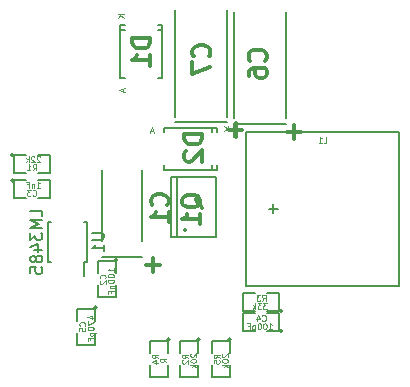
<source format=gbr>
G04 #@! TF.FileFunction,Legend,Bot*
%FSLAX46Y46*%
G04 Gerber Fmt 4.6, Leading zero omitted, Abs format (unit mm)*
G04 Created by KiCad (PCBNEW 0.201412101631+5319~19~ubuntu14.04.1-product) date St 10. prosinec 2014, 23:05:16 CET*
%MOMM*%
G01*
G04 APERTURE LIST*
%ADD10C,0.100000*%
%ADD11C,0.150000*%
%ADD12C,0.119380*%
%ADD13C,0.304800*%
%ADD14C,0.109220*%
%ADD15C,0.099060*%
G04 APERTURE END LIST*
D10*
D11*
X37488000Y22121000D02*
X37488000Y9121000D01*
X37488000Y9121000D02*
X24488000Y9121000D01*
X24488000Y9121000D02*
X24488000Y22121000D01*
X24488000Y22121000D02*
X37488000Y22121000D01*
X26416000Y15621000D02*
X27178000Y15621000D01*
X26797000Y16002000D02*
X26797000Y15240000D01*
X15669260Y11574780D02*
X12270740Y11574780D01*
X12270740Y18874740D02*
X12270740Y12875260D01*
X15669260Y18874740D02*
X15669260Y12875260D01*
X17023080Y10873740D02*
X15923260Y10873740D01*
X16522700Y10274300D02*
X16522700Y11473180D01*
X13589000Y11303000D02*
G75*
G03X13589000Y11303000I-127000J0D01*
G01*
X13462000Y10160000D02*
X13462000Y11176000D01*
X13462000Y11176000D02*
X11938000Y11176000D01*
X11938000Y11176000D02*
X11938000Y10160000D01*
X11938000Y9144000D02*
X11938000Y8128000D01*
X11938000Y8128000D02*
X13462000Y8128000D01*
X13462000Y8128000D02*
X13462000Y9144000D01*
X4826000Y18034000D02*
G75*
G03X4826000Y18034000I-127000J0D01*
G01*
X5842000Y18034000D02*
X4826000Y18034000D01*
X4826000Y18034000D02*
X4826000Y16510000D01*
X4826000Y16510000D02*
X5842000Y16510000D01*
X6858000Y16510000D02*
X7874000Y16510000D01*
X7874000Y16510000D02*
X7874000Y18034000D01*
X7874000Y18034000D02*
X6858000Y18034000D01*
X27559000Y5283200D02*
G75*
G03X27559000Y5283200I-127000J0D01*
G01*
X26289000Y5283200D02*
X27305000Y5283200D01*
X27305000Y5283200D02*
X27305000Y6807200D01*
X27305000Y6807200D02*
X26289000Y6807200D01*
X25273000Y6807200D02*
X24257000Y6807200D01*
X24257000Y6807200D02*
X24257000Y5283200D01*
X24257000Y5283200D02*
X25273000Y5283200D01*
X11874500Y7302500D02*
G75*
G03X11874500Y7302500I-127000J0D01*
G01*
X11747500Y6159500D02*
X11747500Y7175500D01*
X11747500Y7175500D02*
X10223500Y7175500D01*
X10223500Y7175500D02*
X10223500Y6159500D01*
X10223500Y5143500D02*
X10223500Y4127500D01*
X10223500Y4127500D02*
X11747500Y4127500D01*
X11747500Y4127500D02*
X11747500Y5143500D01*
X27853640Y22811740D02*
X23454360Y22811740D01*
X23454360Y23312120D02*
X23454360Y32313880D01*
X27853640Y32313880D02*
X27853640Y23312120D01*
X28956000Y22158960D02*
X27856180Y22158960D01*
X28455620Y21559520D02*
X28455620Y22758400D01*
X22900640Y22938740D02*
X18501360Y22938740D01*
X18501360Y23439120D02*
X18501360Y32440880D01*
X22900640Y32440880D02*
X22900640Y23439120D01*
X24003000Y22285960D02*
X22903180Y22285960D01*
X23502620Y21686520D02*
X23502620Y22885400D01*
X13870940Y30756860D02*
X14221460Y30756860D01*
X17371060Y30756860D02*
X17020540Y30756860D01*
X13870940Y31206440D02*
X14221460Y31206440D01*
X13870940Y26705560D02*
X14221460Y26705560D01*
X17371060Y26705560D02*
X17020540Y26705560D01*
X17371060Y31206440D02*
X17020540Y31206440D01*
X13870940Y26705560D02*
X13870940Y31206440D01*
X17371060Y26705560D02*
X17371060Y31206440D01*
X21612860Y22451060D02*
X21612860Y22100540D01*
X21612860Y18950940D02*
X21612860Y19301460D01*
X22062440Y22451060D02*
X22062440Y22100540D01*
X17561560Y22451060D02*
X17561560Y22100540D01*
X17561560Y18950940D02*
X17561560Y19301460D01*
X22062440Y18950940D02*
X22062440Y19301460D01*
X17561560Y22451060D02*
X22062440Y22451060D01*
X17561560Y18950940D02*
X22062440Y18950940D01*
X19431000Y13843000D02*
G75*
G03X19431000Y13843000I-127000J0D01*
G01*
X18669000Y13208000D02*
X18669000Y18288000D01*
X21971000Y13208000D02*
X21971000Y18288000D01*
X18161000Y13208000D02*
X18161000Y18288000D01*
X18161000Y13208000D02*
X21971000Y13208000D01*
X18161000Y18288000D02*
X21971000Y18288000D01*
X4826000Y20193000D02*
G75*
G03X4826000Y20193000I-127000J0D01*
G01*
X5842000Y20193000D02*
X4826000Y20193000D01*
X4826000Y20193000D02*
X4826000Y18669000D01*
X4826000Y18669000D02*
X5842000Y18669000D01*
X6858000Y18669000D02*
X7874000Y18669000D01*
X7874000Y18669000D02*
X7874000Y20193000D01*
X7874000Y20193000D02*
X6858000Y20193000D01*
X20574000Y4572000D02*
G75*
G03X20574000Y4572000I-127000J0D01*
G01*
X20447000Y3429000D02*
X20447000Y4445000D01*
X20447000Y4445000D02*
X18923000Y4445000D01*
X18923000Y4445000D02*
X18923000Y3429000D01*
X18923000Y2413000D02*
X18923000Y1397000D01*
X18923000Y1397000D02*
X20447000Y1397000D01*
X20447000Y1397000D02*
X20447000Y2413000D01*
X27559000Y6985000D02*
G75*
G03X27559000Y6985000I-127000J0D01*
G01*
X26289000Y6985000D02*
X27305000Y6985000D01*
X27305000Y6985000D02*
X27305000Y8509000D01*
X27305000Y8509000D02*
X26289000Y8509000D01*
X25273000Y8509000D02*
X24257000Y8509000D01*
X24257000Y8509000D02*
X24257000Y6985000D01*
X24257000Y6985000D02*
X25273000Y6985000D01*
X18034000Y4572000D02*
G75*
G03X18034000Y4572000I-127000J0D01*
G01*
X17907000Y3429000D02*
X17907000Y4445000D01*
X17907000Y4445000D02*
X16383000Y4445000D01*
X16383000Y4445000D02*
X16383000Y3429000D01*
X16383000Y2413000D02*
X16383000Y1397000D01*
X16383000Y1397000D02*
X17907000Y1397000D01*
X17907000Y1397000D02*
X17907000Y2413000D01*
X23241000Y4572000D02*
G75*
G03X23241000Y4572000I-127000J0D01*
G01*
X23114000Y3429000D02*
X23114000Y4445000D01*
X23114000Y4445000D02*
X21590000Y4445000D01*
X21590000Y4445000D02*
X21590000Y3429000D01*
X21590000Y2413000D02*
X21590000Y1397000D01*
X21590000Y1397000D02*
X23114000Y1397000D01*
X23114000Y1397000D02*
X23114000Y2413000D01*
X11073000Y11152000D02*
X10823000Y11152000D01*
X11073000Y14502000D02*
X10823000Y14502000D01*
X7723000Y14502000D02*
X7973000Y14502000D01*
X7723000Y11152000D02*
X7973000Y11152000D01*
X11073000Y11152000D02*
X11073000Y14502000D01*
X7723000Y11152000D02*
X7723000Y14502000D01*
X10823000Y11152000D02*
X10823000Y9902000D01*
D12*
X31071397Y21236638D02*
X31309673Y21236638D01*
X31309673Y21737018D01*
X30642499Y21236638D02*
X30928431Y21236638D01*
X30785465Y21236638D02*
X30785465Y21737018D01*
X30833120Y21665535D01*
X30880775Y21617880D01*
X30928431Y21594052D01*
D13*
X17813746Y15928340D02*
X17886317Y16000911D01*
X17958889Y16218625D01*
X17958889Y16363768D01*
X17886317Y16581483D01*
X17741174Y16726625D01*
X17596031Y16799197D01*
X17305746Y16871768D01*
X17088031Y16871768D01*
X16797746Y16799197D01*
X16652603Y16726625D01*
X16507460Y16581483D01*
X16434889Y16363768D01*
X16434889Y16218625D01*
X16507460Y16000911D01*
X16580031Y15928340D01*
X17958889Y14476911D02*
X17958889Y15347768D01*
X17958889Y14912340D02*
X16434889Y14912340D01*
X16652603Y15057483D01*
X16797746Y15202625D01*
X16870317Y15347768D01*
X16629017Y11456851D02*
X16629017Y10295708D01*
X17209589Y10876279D02*
X16048446Y10876279D01*
D14*
X12561207Y9735396D02*
X12585035Y9759224D01*
X12608862Y9830707D01*
X12608862Y9878362D01*
X12585035Y9949845D01*
X12537380Y9997500D01*
X12489724Y10021328D01*
X12394414Y10045156D01*
X12322931Y10045156D01*
X12227620Y10021328D01*
X12179965Y9997500D01*
X12132310Y9949845D01*
X12108482Y9878362D01*
X12108482Y9830707D01*
X12132310Y9759224D01*
X12156138Y9735396D01*
X12156138Y9544776D02*
X12132310Y9520948D01*
X12108482Y9473293D01*
X12108482Y9354155D01*
X12132310Y9306499D01*
X12156138Y9282672D01*
X12203793Y9258844D01*
X12251448Y9258844D01*
X12322931Y9282672D01*
X12608862Y9568603D01*
X12608862Y9258844D01*
X13307362Y10299397D02*
X13307362Y10585329D01*
X13307362Y10442363D02*
X12806982Y10442363D01*
X12878465Y10490018D01*
X12926120Y10537673D01*
X12949948Y10585329D01*
X12806982Y9989638D02*
X12806982Y9941983D01*
X12830810Y9894328D01*
X12854638Y9870500D01*
X12902293Y9846673D01*
X12997603Y9822845D01*
X13116741Y9822845D01*
X13212052Y9846673D01*
X13259707Y9870500D01*
X13283535Y9894328D01*
X13307362Y9941983D01*
X13307362Y9989638D01*
X13283535Y10037294D01*
X13259707Y10061121D01*
X13212052Y10084949D01*
X13116741Y10108777D01*
X12997603Y10108777D01*
X12902293Y10084949D01*
X12854638Y10061121D01*
X12830810Y10037294D01*
X12806982Y9989638D01*
X12806982Y9513086D02*
X12806982Y9465431D01*
X12830810Y9417776D01*
X12854638Y9393948D01*
X12902293Y9370121D01*
X12997603Y9346293D01*
X13116741Y9346293D01*
X13212052Y9370121D01*
X13259707Y9393948D01*
X13283535Y9417776D01*
X13307362Y9465431D01*
X13307362Y9513086D01*
X13283535Y9560742D01*
X13259707Y9584569D01*
X13212052Y9608397D01*
X13116741Y9632225D01*
X12997603Y9632225D01*
X12902293Y9608397D01*
X12854638Y9584569D01*
X12830810Y9560742D01*
X12806982Y9513086D01*
X12973776Y9131845D02*
X13307362Y9131845D01*
X13021431Y9131845D02*
X12997603Y9108017D01*
X12973776Y9060362D01*
X12973776Y8988879D01*
X12997603Y8941224D01*
X13045259Y8917396D01*
X13307362Y8917396D01*
X13045259Y8512327D02*
X13045259Y8679120D01*
X13307362Y8679120D02*
X12806982Y8679120D01*
X12806982Y8440844D01*
X6433396Y16775793D02*
X6457224Y16751965D01*
X6528707Y16728138D01*
X6576362Y16728138D01*
X6647845Y16751965D01*
X6695500Y16799620D01*
X6719328Y16847276D01*
X6743156Y16942586D01*
X6743156Y17014069D01*
X6719328Y17109380D01*
X6695500Y17157035D01*
X6647845Y17204690D01*
X6576362Y17228518D01*
X6528707Y17228518D01*
X6457224Y17204690D01*
X6433396Y17180862D01*
X6266603Y17228518D02*
X5956844Y17228518D01*
X6123637Y17037897D01*
X6052155Y17037897D01*
X6004499Y17014069D01*
X5980672Y16990241D01*
X5956844Y16942586D01*
X5956844Y16823448D01*
X5980672Y16775793D01*
X6004499Y16751965D01*
X6052155Y16728138D01*
X6195120Y16728138D01*
X6242776Y16751965D01*
X6266603Y16775793D01*
X6774845Y17426638D02*
X7060777Y17426638D01*
X6917811Y17426638D02*
X6917811Y17927018D01*
X6965466Y17855535D01*
X7013121Y17807880D01*
X7060777Y17784052D01*
X6560397Y17760224D02*
X6560397Y17426638D01*
X6560397Y17712569D02*
X6536569Y17736397D01*
X6488914Y17760224D01*
X6417431Y17760224D01*
X6369776Y17736397D01*
X6345948Y17688741D01*
X6345948Y17426638D01*
X5940879Y17688741D02*
X6107672Y17688741D01*
X6107672Y17426638D02*
X6107672Y17927018D01*
X5869396Y17927018D01*
X25864396Y6183993D02*
X25888224Y6160165D01*
X25959707Y6136338D01*
X26007362Y6136338D01*
X26078845Y6160165D01*
X26126500Y6207820D01*
X26150328Y6255476D01*
X26174156Y6350786D01*
X26174156Y6422269D01*
X26150328Y6517580D01*
X26126500Y6565235D01*
X26078845Y6612890D01*
X26007362Y6636718D01*
X25959707Y6636718D01*
X25888224Y6612890D01*
X25864396Y6589062D01*
X25435499Y6469924D02*
X25435499Y6136338D01*
X25554637Y6660545D02*
X25673776Y6303131D01*
X25364016Y6303131D01*
X26428397Y5437838D02*
X26714329Y5437838D01*
X26571363Y5437838D02*
X26571363Y5938218D01*
X26619018Y5866735D01*
X26666673Y5819080D01*
X26714329Y5795252D01*
X26118638Y5938218D02*
X26070983Y5938218D01*
X26023328Y5914390D01*
X25999500Y5890562D01*
X25975673Y5842907D01*
X25951845Y5747597D01*
X25951845Y5628459D01*
X25975673Y5533148D01*
X25999500Y5485493D01*
X26023328Y5461665D01*
X26070983Y5437838D01*
X26118638Y5437838D01*
X26166294Y5461665D01*
X26190121Y5485493D01*
X26213949Y5533148D01*
X26237777Y5628459D01*
X26237777Y5747597D01*
X26213949Y5842907D01*
X26190121Y5890562D01*
X26166294Y5914390D01*
X26118638Y5938218D01*
X25642086Y5938218D02*
X25594431Y5938218D01*
X25546776Y5914390D01*
X25522948Y5890562D01*
X25499121Y5842907D01*
X25475293Y5747597D01*
X25475293Y5628459D01*
X25499121Y5533148D01*
X25522948Y5485493D01*
X25546776Y5461665D01*
X25594431Y5437838D01*
X25642086Y5437838D01*
X25689742Y5461665D01*
X25713569Y5485493D01*
X25737397Y5533148D01*
X25761225Y5628459D01*
X25761225Y5747597D01*
X25737397Y5842907D01*
X25713569Y5890562D01*
X25689742Y5914390D01*
X25642086Y5938218D01*
X25260845Y5771424D02*
X25260845Y5271044D01*
X25260845Y5747597D02*
X25213190Y5771424D01*
X25117879Y5771424D01*
X25070224Y5747597D01*
X25046396Y5723769D01*
X25022569Y5676114D01*
X25022569Y5533148D01*
X25046396Y5485493D01*
X25070224Y5461665D01*
X25117879Y5437838D01*
X25213190Y5437838D01*
X25260845Y5461665D01*
X24641327Y5699941D02*
X24808120Y5699941D01*
X24808120Y5437838D02*
X24808120Y5938218D01*
X24569844Y5938218D01*
X10846707Y5734896D02*
X10870535Y5758724D01*
X10894362Y5830207D01*
X10894362Y5877862D01*
X10870535Y5949345D01*
X10822880Y5997000D01*
X10775224Y6020828D01*
X10679914Y6044656D01*
X10608431Y6044656D01*
X10513120Y6020828D01*
X10465465Y5997000D01*
X10417810Y5949345D01*
X10393982Y5877862D01*
X10393982Y5830207D01*
X10417810Y5758724D01*
X10441638Y5734896D01*
X10393982Y5282172D02*
X10393982Y5520448D01*
X10632259Y5544276D01*
X10608431Y5520448D01*
X10584603Y5472793D01*
X10584603Y5353655D01*
X10608431Y5305999D01*
X10632259Y5282172D01*
X10679914Y5258344D01*
X10799052Y5258344D01*
X10846707Y5282172D01*
X10870535Y5305999D01*
X10894362Y5353655D01*
X10894362Y5472793D01*
X10870535Y5520448D01*
X10846707Y5544276D01*
X11259276Y6346552D02*
X11592862Y6346552D01*
X11068655Y6465690D02*
X11426069Y6584829D01*
X11426069Y6275069D01*
X11092482Y6132104D02*
X11092482Y5798517D01*
X11592862Y6012966D01*
X11092482Y5512586D02*
X11092482Y5464931D01*
X11116310Y5417276D01*
X11140138Y5393448D01*
X11187793Y5369621D01*
X11283103Y5345793D01*
X11402241Y5345793D01*
X11497552Y5369621D01*
X11545207Y5393448D01*
X11569035Y5417276D01*
X11592862Y5464931D01*
X11592862Y5512586D01*
X11569035Y5560242D01*
X11545207Y5584069D01*
X11497552Y5607897D01*
X11402241Y5631725D01*
X11283103Y5631725D01*
X11187793Y5607897D01*
X11140138Y5584069D01*
X11116310Y5560242D01*
X11092482Y5512586D01*
X11259276Y5131345D02*
X11759656Y5131345D01*
X11283103Y5131345D02*
X11259276Y5083690D01*
X11259276Y4988379D01*
X11283103Y4940724D01*
X11306931Y4916896D01*
X11354586Y4893069D01*
X11497552Y4893069D01*
X11545207Y4916896D01*
X11569035Y4940724D01*
X11592862Y4988379D01*
X11592862Y5083690D01*
X11569035Y5131345D01*
X11330759Y4511827D02*
X11330759Y4678620D01*
X11592862Y4678620D02*
X11092482Y4678620D01*
X11092482Y4440344D01*
D13*
X26096686Y28168600D02*
X26169257Y28241171D01*
X26241829Y28458885D01*
X26241829Y28604028D01*
X26169257Y28821743D01*
X26024114Y28966885D01*
X25878971Y29039457D01*
X25588686Y29112028D01*
X25370971Y29112028D01*
X25080686Y29039457D01*
X24935543Y28966885D01*
X24790400Y28821743D01*
X24717829Y28604028D01*
X24717829Y28458885D01*
X24790400Y28241171D01*
X24862971Y28168600D01*
X24717829Y26862314D02*
X24717829Y27152600D01*
X24790400Y27297743D01*
X24862971Y27370314D01*
X25080686Y27515457D01*
X25370971Y27588028D01*
X25951543Y27588028D01*
X26096686Y27515457D01*
X26169257Y27442885D01*
X26241829Y27297743D01*
X26241829Y27007457D01*
X26169257Y26862314D01*
X26096686Y26789743D01*
X25951543Y26717171D01*
X25588686Y26717171D01*
X25443543Y26789743D01*
X25370971Y26862314D01*
X25298400Y27007457D01*
X25298400Y27297743D01*
X25370971Y27442885D01*
X25443543Y27515457D01*
X25588686Y27588028D01*
X28561937Y22742071D02*
X28561937Y21580928D01*
X29142509Y22161499D02*
X27981366Y22161499D01*
X21346886Y28524200D02*
X21419457Y28596771D01*
X21492029Y28814485D01*
X21492029Y28959628D01*
X21419457Y29177343D01*
X21274314Y29322485D01*
X21129171Y29395057D01*
X20838886Y29467628D01*
X20621171Y29467628D01*
X20330886Y29395057D01*
X20185743Y29322485D01*
X20040600Y29177343D01*
X19968029Y28959628D01*
X19968029Y28814485D01*
X20040600Y28596771D01*
X20113171Y28524200D01*
X19968029Y28016200D02*
X19968029Y27000200D01*
X21492029Y27653343D01*
X23608937Y22869071D02*
X23608937Y21707928D01*
X24189509Y22288499D02*
X23028366Y22288499D01*
X16386629Y30080857D02*
X14862629Y30080857D01*
X14862629Y29718000D01*
X14935200Y29500285D01*
X15080343Y29355143D01*
X15225486Y29282571D01*
X15515771Y29210000D01*
X15733486Y29210000D01*
X16023771Y29282571D01*
X16168914Y29355143D01*
X16314057Y29500285D01*
X16386629Y29718000D01*
X16386629Y30080857D01*
X16386629Y27758571D02*
X16386629Y28629428D01*
X16386629Y28194000D02*
X14862629Y28194000D01*
X15080343Y28339143D01*
X15225486Y28484285D01*
X15298057Y28629428D01*
D15*
X14104197Y25775678D02*
X14104197Y25537401D01*
X14247162Y25823333D02*
X13746782Y25656539D01*
X14247162Y25489746D01*
X14148102Y32086792D02*
X13647722Y32086792D01*
X14148102Y31800860D02*
X13862171Y32015309D01*
X13647722Y31800860D02*
X13933654Y32086792D01*
D13*
X20780829Y21952857D02*
X19256829Y21952857D01*
X19256829Y21590000D01*
X19329400Y21372285D01*
X19474543Y21227143D01*
X19619686Y21154571D01*
X19909971Y21082000D01*
X20127686Y21082000D01*
X20417971Y21154571D01*
X20563114Y21227143D01*
X20708257Y21372285D01*
X20780829Y21590000D01*
X20780829Y21952857D01*
X19401971Y20501428D02*
X19329400Y20428857D01*
X19256829Y20283714D01*
X19256829Y19920857D01*
X19329400Y19775714D01*
X19401971Y19703143D01*
X19547114Y19630571D01*
X19692257Y19630571D01*
X19909971Y19703143D01*
X20780829Y20574000D01*
X20780829Y19630571D01*
D15*
X16631678Y22217803D02*
X16393401Y22217803D01*
X16679333Y22074838D02*
X16512539Y22575218D01*
X16345746Y22074838D01*
X22942792Y22173898D02*
X22942792Y22674278D01*
X22656860Y22173898D02*
X22871309Y22459829D01*
X22656860Y22674278D02*
X22942792Y22388346D01*
D13*
X20773571Y15689943D02*
X20701000Y15835086D01*
X20555857Y15980229D01*
X20338143Y16197943D01*
X20265571Y16343086D01*
X20265571Y16488229D01*
X20628429Y16415657D02*
X20555857Y16560800D01*
X20410714Y16705943D01*
X20120429Y16778514D01*
X19612429Y16778514D01*
X19322143Y16705943D01*
X19177000Y16560800D01*
X19104429Y16415657D01*
X19104429Y16125371D01*
X19177000Y15980229D01*
X19322143Y15835086D01*
X19612429Y15762514D01*
X20120429Y15762514D01*
X20410714Y15835086D01*
X20555857Y15980229D01*
X20628429Y16125371D01*
X20628429Y16415657D01*
X20628429Y14311086D02*
X20628429Y15181943D01*
X20628429Y14746515D02*
X19104429Y14746515D01*
X19322143Y14891658D01*
X19467286Y15036800D01*
X19539857Y15181943D01*
D14*
X6433396Y18887138D02*
X6600190Y19125414D01*
X6719328Y18887138D02*
X6719328Y19387518D01*
X6528707Y19387518D01*
X6481052Y19363690D01*
X6457224Y19339862D01*
X6433396Y19292207D01*
X6433396Y19220724D01*
X6457224Y19173069D01*
X6481052Y19149241D01*
X6528707Y19125414D01*
X6719328Y19125414D01*
X5956844Y18887138D02*
X6242776Y18887138D01*
X6099810Y18887138D02*
X6099810Y19387518D01*
X6147465Y19316035D01*
X6195120Y19268380D01*
X6242776Y19244552D01*
X7060777Y20038362D02*
X7036949Y20062190D01*
X6989294Y20086018D01*
X6870156Y20086018D01*
X6822500Y20062190D01*
X6798673Y20038362D01*
X6774845Y19990707D01*
X6774845Y19943052D01*
X6798673Y19871569D01*
X7084604Y19585638D01*
X6774845Y19585638D01*
X6584225Y20038362D02*
X6560397Y20062190D01*
X6512742Y20086018D01*
X6393604Y20086018D01*
X6345948Y20062190D01*
X6322121Y20038362D01*
X6298293Y19990707D01*
X6298293Y19943052D01*
X6322121Y19871569D01*
X6608052Y19585638D01*
X6298293Y19585638D01*
X6083845Y19585638D02*
X6083845Y20086018D01*
X6036190Y19776259D02*
X5893224Y19585638D01*
X5893224Y19919224D02*
X6083845Y19728603D01*
X19593862Y3004396D02*
X19355586Y3171190D01*
X19593862Y3290328D02*
X19093482Y3290328D01*
X19093482Y3099707D01*
X19117310Y3052052D01*
X19141138Y3028224D01*
X19188793Y3004396D01*
X19260276Y3004396D01*
X19307931Y3028224D01*
X19331759Y3052052D01*
X19355586Y3099707D01*
X19355586Y3290328D01*
X19141138Y2813776D02*
X19117310Y2789948D01*
X19093482Y2742293D01*
X19093482Y2623155D01*
X19117310Y2575499D01*
X19141138Y2551672D01*
X19188793Y2527844D01*
X19236448Y2527844D01*
X19307931Y2551672D01*
X19593862Y2837603D01*
X19593862Y2527844D01*
X19839638Y3377777D02*
X19815810Y3353949D01*
X19791982Y3306294D01*
X19791982Y3187156D01*
X19815810Y3139500D01*
X19839638Y3115673D01*
X19887293Y3091845D01*
X19934948Y3091845D01*
X20006431Y3115673D01*
X20292362Y3401604D01*
X20292362Y3091845D01*
X19791982Y2782086D02*
X19791982Y2734431D01*
X19815810Y2686776D01*
X19839638Y2662948D01*
X19887293Y2639121D01*
X19982603Y2615293D01*
X20101741Y2615293D01*
X20197052Y2639121D01*
X20244707Y2662948D01*
X20268535Y2686776D01*
X20292362Y2734431D01*
X20292362Y2782086D01*
X20268535Y2829742D01*
X20244707Y2853569D01*
X20197052Y2877397D01*
X20101741Y2901225D01*
X19982603Y2901225D01*
X19887293Y2877397D01*
X19839638Y2853569D01*
X19815810Y2829742D01*
X19791982Y2782086D01*
X20292362Y2400845D02*
X19791982Y2400845D01*
X20101741Y2353190D02*
X20292362Y2210224D01*
X19958776Y2210224D02*
X20149397Y2400845D01*
X25864396Y7838138D02*
X26031190Y8076414D01*
X26150328Y7838138D02*
X26150328Y8338518D01*
X25959707Y8338518D01*
X25912052Y8314690D01*
X25888224Y8290862D01*
X25864396Y8243207D01*
X25864396Y8171724D01*
X25888224Y8124069D01*
X25912052Y8100241D01*
X25959707Y8076414D01*
X26150328Y8076414D01*
X25697603Y8338518D02*
X25387844Y8338518D01*
X25554637Y8147897D01*
X25483155Y8147897D01*
X25435499Y8124069D01*
X25411672Y8100241D01*
X25387844Y8052586D01*
X25387844Y7933448D01*
X25411672Y7885793D01*
X25435499Y7861965D01*
X25483155Y7838138D01*
X25626120Y7838138D01*
X25673776Y7861965D01*
X25697603Y7885793D01*
X26261604Y7640018D02*
X25951845Y7640018D01*
X26118638Y7449397D01*
X26047156Y7449397D01*
X25999500Y7425569D01*
X25975673Y7401741D01*
X25951845Y7354086D01*
X25951845Y7234948D01*
X25975673Y7187293D01*
X25999500Y7163465D01*
X26047156Y7139638D01*
X26190121Y7139638D01*
X26237777Y7163465D01*
X26261604Y7187293D01*
X25785052Y7640018D02*
X25475293Y7640018D01*
X25642086Y7449397D01*
X25570604Y7449397D01*
X25522948Y7425569D01*
X25499121Y7401741D01*
X25475293Y7354086D01*
X25475293Y7234948D01*
X25499121Y7187293D01*
X25522948Y7163465D01*
X25570604Y7139638D01*
X25713569Y7139638D01*
X25761225Y7163465D01*
X25785052Y7187293D01*
X25260845Y7139638D02*
X25260845Y7640018D01*
X25213190Y7330259D02*
X25070224Y7139638D01*
X25070224Y7473224D02*
X25260845Y7282603D01*
X17053862Y3004396D02*
X16815586Y3171190D01*
X17053862Y3290328D02*
X16553482Y3290328D01*
X16553482Y3099707D01*
X16577310Y3052052D01*
X16601138Y3028224D01*
X16648793Y3004396D01*
X16720276Y3004396D01*
X16767931Y3028224D01*
X16791759Y3052052D01*
X16815586Y3099707D01*
X16815586Y3290328D01*
X16720276Y2575499D02*
X17053862Y2575499D01*
X16529655Y2694637D02*
X16887069Y2813776D01*
X16887069Y2504016D01*
X17752362Y2639120D02*
X17514086Y2805914D01*
X17752362Y2925052D02*
X17251982Y2925052D01*
X17251982Y2734431D01*
X17275810Y2686776D01*
X17299638Y2662948D01*
X17347293Y2639120D01*
X17418776Y2639120D01*
X17466431Y2662948D01*
X17490259Y2686776D01*
X17514086Y2734431D01*
X17514086Y2925052D01*
X22260862Y3004396D02*
X22022586Y3171190D01*
X22260862Y3290328D02*
X21760482Y3290328D01*
X21760482Y3099707D01*
X21784310Y3052052D01*
X21808138Y3028224D01*
X21855793Y3004396D01*
X21927276Y3004396D01*
X21974931Y3028224D01*
X21998759Y3052052D01*
X22022586Y3099707D01*
X22022586Y3290328D01*
X21760482Y2551672D02*
X21760482Y2789948D01*
X21998759Y2813776D01*
X21974931Y2789948D01*
X21951103Y2742293D01*
X21951103Y2623155D01*
X21974931Y2575499D01*
X21998759Y2551672D01*
X22046414Y2527844D01*
X22165552Y2527844D01*
X22213207Y2551672D01*
X22237035Y2575499D01*
X22260862Y2623155D01*
X22260862Y2742293D01*
X22237035Y2789948D01*
X22213207Y2813776D01*
X22506638Y3377777D02*
X22482810Y3353949D01*
X22458982Y3306294D01*
X22458982Y3187156D01*
X22482810Y3139500D01*
X22506638Y3115673D01*
X22554293Y3091845D01*
X22601948Y3091845D01*
X22673431Y3115673D01*
X22959362Y3401604D01*
X22959362Y3091845D01*
X22458982Y2782086D02*
X22458982Y2734431D01*
X22482810Y2686776D01*
X22506638Y2662948D01*
X22554293Y2639121D01*
X22649603Y2615293D01*
X22768741Y2615293D01*
X22864052Y2639121D01*
X22911707Y2662948D01*
X22935535Y2686776D01*
X22959362Y2734431D01*
X22959362Y2782086D01*
X22935535Y2829742D01*
X22911707Y2853569D01*
X22864052Y2877397D01*
X22768741Y2901225D01*
X22649603Y2901225D01*
X22554293Y2877397D01*
X22506638Y2853569D01*
X22482810Y2829742D01*
X22458982Y2782086D01*
X22959362Y2400845D02*
X22458982Y2400845D01*
X22768741Y2353190D02*
X22959362Y2210224D01*
X22625776Y2210224D02*
X22816397Y2400845D01*
D11*
X11450381Y13588905D02*
X12259905Y13588905D01*
X12355143Y13541286D01*
X12402762Y13493667D01*
X12450381Y13398429D01*
X12450381Y13207952D01*
X12402762Y13112714D01*
X12355143Y13065095D01*
X12259905Y13017476D01*
X11450381Y13017476D01*
X12450381Y12017476D02*
X12450381Y12588905D01*
X12450381Y12303191D02*
X11450381Y12303191D01*
X11593238Y12398429D01*
X11688476Y12493667D01*
X11736095Y12588905D01*
X7250381Y14993666D02*
X7250381Y15469857D01*
X6250381Y15469857D01*
X7250381Y14660333D02*
X6250381Y14660333D01*
X6964667Y14326999D01*
X6250381Y13993666D01*
X7250381Y13993666D01*
X6250381Y13612714D02*
X6250381Y12993666D01*
X6631333Y13327000D01*
X6631333Y13184142D01*
X6678952Y13088904D01*
X6726571Y13041285D01*
X6821810Y12993666D01*
X7059905Y12993666D01*
X7155143Y13041285D01*
X7202762Y13088904D01*
X7250381Y13184142D01*
X7250381Y13469857D01*
X7202762Y13565095D01*
X7155143Y13612714D01*
X6583714Y12136523D02*
X7250381Y12136523D01*
X6202762Y12374619D02*
X6917048Y12612714D01*
X6917048Y11993666D01*
X6678952Y11469857D02*
X6631333Y11565095D01*
X6583714Y11612714D01*
X6488476Y11660333D01*
X6440857Y11660333D01*
X6345619Y11612714D01*
X6298000Y11565095D01*
X6250381Y11469857D01*
X6250381Y11279380D01*
X6298000Y11184142D01*
X6345619Y11136523D01*
X6440857Y11088904D01*
X6488476Y11088904D01*
X6583714Y11136523D01*
X6631333Y11184142D01*
X6678952Y11279380D01*
X6678952Y11469857D01*
X6726571Y11565095D01*
X6774190Y11612714D01*
X6869429Y11660333D01*
X7059905Y11660333D01*
X7155143Y11612714D01*
X7202762Y11565095D01*
X7250381Y11469857D01*
X7250381Y11279380D01*
X7202762Y11184142D01*
X7155143Y11136523D01*
X7059905Y11088904D01*
X6869429Y11088904D01*
X6774190Y11136523D01*
X6726571Y11184142D01*
X6678952Y11279380D01*
X6250381Y10184142D02*
X6250381Y10660333D01*
X6726571Y10707952D01*
X6678952Y10660333D01*
X6631333Y10565095D01*
X6631333Y10326999D01*
X6678952Y10231761D01*
X6726571Y10184142D01*
X6821810Y10136523D01*
X7059905Y10136523D01*
X7155143Y10184142D01*
X7202762Y10231761D01*
X7250381Y10326999D01*
X7250381Y10565095D01*
X7202762Y10660333D01*
X7155143Y10707952D01*
M02*

</source>
